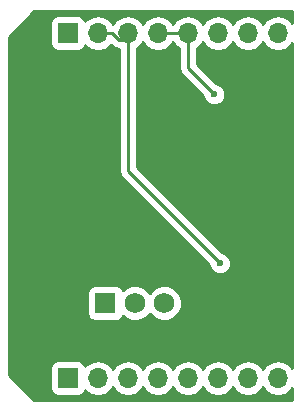
<source format=gbl>
G04 #@! TF.FileFunction,Copper,L2,Bot,Signal*
%FSLAX46Y46*%
G04 Gerber Fmt 4.6, Leading zero omitted, Abs format (unit mm)*
G04 Created by KiCad (PCBNEW 4.0.7-e2-6376~58~ubuntu17.04.1) date Thu Oct  5 12:14:12 2017*
%MOMM*%
%LPD*%
G01*
G04 APERTURE LIST*
%ADD10C,0.100000*%
%ADD11R,1.750000X1.750000*%
%ADD12C,1.750000*%
%ADD13R,1.700000X1.700000*%
%ADD14O,1.700000X1.700000*%
%ADD15C,0.600000*%
%ADD16C,0.250000*%
%ADD17C,0.254000*%
G04 APERTURE END LIST*
D10*
D11*
X147320000Y-114935000D03*
D12*
X149820000Y-114935000D03*
X152320000Y-114935000D03*
D13*
X144145000Y-121285000D03*
D14*
X146685000Y-121285000D03*
X149225000Y-121285000D03*
X151765000Y-121285000D03*
X154305000Y-121285000D03*
X156845000Y-121285000D03*
X159385000Y-121285000D03*
X161925000Y-121285000D03*
D13*
X144145000Y-92075000D03*
D14*
X146685000Y-92075000D03*
X149225000Y-92075000D03*
X151765000Y-92075000D03*
X154305000Y-92075000D03*
X156845000Y-92075000D03*
X159385000Y-92075000D03*
X161925000Y-92075000D03*
D15*
X156539200Y-97267700D03*
X163067100Y-114876200D03*
X157150100Y-101850500D03*
X157038000Y-111575300D03*
D16*
X151765000Y-92075000D02*
X152940300Y-92075000D01*
X154305000Y-92075000D02*
X152940300Y-92075000D01*
X154305000Y-95033500D02*
X156539200Y-97267700D01*
X154305000Y-92075000D02*
X154305000Y-95033500D01*
X149225000Y-92075000D02*
X149225000Y-92662600D01*
X146685000Y-92075000D02*
X147860300Y-92075000D01*
X148447900Y-92662600D02*
X147860300Y-92075000D01*
X149225000Y-92662600D02*
X148447900Y-92662600D01*
X149225000Y-103762300D02*
X149225000Y-92662600D01*
X157038000Y-111575300D02*
X149225000Y-103762300D01*
D17*
G36*
X163120000Y-91212781D02*
X162975054Y-90995853D01*
X162493285Y-90673946D01*
X161925000Y-90560907D01*
X161356715Y-90673946D01*
X160874946Y-90995853D01*
X160655000Y-91325026D01*
X160435054Y-90995853D01*
X159953285Y-90673946D01*
X159385000Y-90560907D01*
X158816715Y-90673946D01*
X158334946Y-90995853D01*
X158115000Y-91325026D01*
X157895054Y-90995853D01*
X157413285Y-90673946D01*
X156845000Y-90560907D01*
X156276715Y-90673946D01*
X155794946Y-90995853D01*
X155575000Y-91325026D01*
X155355054Y-90995853D01*
X154873285Y-90673946D01*
X154305000Y-90560907D01*
X153736715Y-90673946D01*
X153254946Y-90995853D01*
X153041699Y-91315000D01*
X153028301Y-91315000D01*
X152815054Y-90995853D01*
X152333285Y-90673946D01*
X151765000Y-90560907D01*
X151196715Y-90673946D01*
X150714946Y-90995853D01*
X150495000Y-91325026D01*
X150275054Y-90995853D01*
X149793285Y-90673946D01*
X149225000Y-90560907D01*
X148656715Y-90673946D01*
X148174946Y-90995853D01*
X147955000Y-91325026D01*
X147735054Y-90995853D01*
X147253285Y-90673946D01*
X146685000Y-90560907D01*
X146116715Y-90673946D01*
X145634946Y-90995853D01*
X145607150Y-91037452D01*
X145598162Y-90989683D01*
X145459090Y-90773559D01*
X145246890Y-90628569D01*
X144995000Y-90577560D01*
X143295000Y-90577560D01*
X143059683Y-90621838D01*
X142843559Y-90760910D01*
X142698569Y-90973110D01*
X142647560Y-91225000D01*
X142647560Y-92925000D01*
X142691838Y-93160317D01*
X142830910Y-93376441D01*
X143043110Y-93521431D01*
X143295000Y-93572440D01*
X144995000Y-93572440D01*
X145230317Y-93528162D01*
X145446441Y-93389090D01*
X145591431Y-93176890D01*
X145605086Y-93109459D01*
X145634946Y-93154147D01*
X146116715Y-93476054D01*
X146685000Y-93589093D01*
X147253285Y-93476054D01*
X147735054Y-93154147D01*
X147786961Y-93076463D01*
X147910499Y-93200001D01*
X148157061Y-93364748D01*
X148447900Y-93422600D01*
X148465000Y-93422600D01*
X148465000Y-103762300D01*
X148522852Y-104053139D01*
X148687599Y-104299701D01*
X156102878Y-111714980D01*
X156102838Y-111760467D01*
X156244883Y-112104243D01*
X156507673Y-112367492D01*
X156851201Y-112510138D01*
X157223167Y-112510462D01*
X157566943Y-112368417D01*
X157830192Y-112105627D01*
X157972838Y-111762099D01*
X157973162Y-111390133D01*
X157831117Y-111046357D01*
X157568327Y-110783108D01*
X157224799Y-110640462D01*
X157177923Y-110640421D01*
X149985000Y-103447498D01*
X149985000Y-93347954D01*
X150275054Y-93154147D01*
X150495000Y-92824974D01*
X150714946Y-93154147D01*
X151196715Y-93476054D01*
X151765000Y-93589093D01*
X152333285Y-93476054D01*
X152815054Y-93154147D01*
X153028301Y-92835000D01*
X153041699Y-92835000D01*
X153254946Y-93154147D01*
X153545000Y-93347954D01*
X153545000Y-95033500D01*
X153602852Y-95324339D01*
X153767599Y-95570901D01*
X155604078Y-97407380D01*
X155604038Y-97452867D01*
X155746083Y-97796643D01*
X156008873Y-98059892D01*
X156352401Y-98202538D01*
X156724367Y-98202862D01*
X157068143Y-98060817D01*
X157331392Y-97798027D01*
X157474038Y-97454499D01*
X157474362Y-97082533D01*
X157332317Y-96738757D01*
X157069527Y-96475508D01*
X156725999Y-96332862D01*
X156679123Y-96332821D01*
X155065000Y-94718698D01*
X155065000Y-93347954D01*
X155355054Y-93154147D01*
X155575000Y-92824974D01*
X155794946Y-93154147D01*
X156276715Y-93476054D01*
X156845000Y-93589093D01*
X157413285Y-93476054D01*
X157895054Y-93154147D01*
X158115000Y-92824974D01*
X158334946Y-93154147D01*
X158816715Y-93476054D01*
X159385000Y-93589093D01*
X159953285Y-93476054D01*
X160435054Y-93154147D01*
X160655000Y-92824974D01*
X160874946Y-93154147D01*
X161356715Y-93476054D01*
X161925000Y-93589093D01*
X162493285Y-93476054D01*
X162975054Y-93154147D01*
X163120000Y-92937219D01*
X163120000Y-120422781D01*
X162975054Y-120205853D01*
X162493285Y-119883946D01*
X161925000Y-119770907D01*
X161356715Y-119883946D01*
X160874946Y-120205853D01*
X160655000Y-120535026D01*
X160435054Y-120205853D01*
X159953285Y-119883946D01*
X159385000Y-119770907D01*
X158816715Y-119883946D01*
X158334946Y-120205853D01*
X158115000Y-120535026D01*
X157895054Y-120205853D01*
X157413285Y-119883946D01*
X156845000Y-119770907D01*
X156276715Y-119883946D01*
X155794946Y-120205853D01*
X155575000Y-120535026D01*
X155355054Y-120205853D01*
X154873285Y-119883946D01*
X154305000Y-119770907D01*
X153736715Y-119883946D01*
X153254946Y-120205853D01*
X153035000Y-120535026D01*
X152815054Y-120205853D01*
X152333285Y-119883946D01*
X151765000Y-119770907D01*
X151196715Y-119883946D01*
X150714946Y-120205853D01*
X150495000Y-120535026D01*
X150275054Y-120205853D01*
X149793285Y-119883946D01*
X149225000Y-119770907D01*
X148656715Y-119883946D01*
X148174946Y-120205853D01*
X147955000Y-120535026D01*
X147735054Y-120205853D01*
X147253285Y-119883946D01*
X146685000Y-119770907D01*
X146116715Y-119883946D01*
X145634946Y-120205853D01*
X145607150Y-120247452D01*
X145598162Y-120199683D01*
X145459090Y-119983559D01*
X145246890Y-119838569D01*
X144995000Y-119787560D01*
X143295000Y-119787560D01*
X143059683Y-119831838D01*
X142843559Y-119970910D01*
X142698569Y-120183110D01*
X142647560Y-120435000D01*
X142647560Y-122135000D01*
X142691838Y-122370317D01*
X142830910Y-122586441D01*
X143043110Y-122731431D01*
X143295000Y-122782440D01*
X144995000Y-122782440D01*
X145230317Y-122738162D01*
X145446441Y-122599090D01*
X145591431Y-122386890D01*
X145605086Y-122319459D01*
X145634946Y-122364147D01*
X146116715Y-122686054D01*
X146685000Y-122799093D01*
X147253285Y-122686054D01*
X147735054Y-122364147D01*
X147955000Y-122034974D01*
X148174946Y-122364147D01*
X148656715Y-122686054D01*
X149225000Y-122799093D01*
X149793285Y-122686054D01*
X150275054Y-122364147D01*
X150495000Y-122034974D01*
X150714946Y-122364147D01*
X151196715Y-122686054D01*
X151765000Y-122799093D01*
X152333285Y-122686054D01*
X152815054Y-122364147D01*
X153035000Y-122034974D01*
X153254946Y-122364147D01*
X153736715Y-122686054D01*
X154305000Y-122799093D01*
X154873285Y-122686054D01*
X155355054Y-122364147D01*
X155575000Y-122034974D01*
X155794946Y-122364147D01*
X156276715Y-122686054D01*
X156845000Y-122799093D01*
X157413285Y-122686054D01*
X157895054Y-122364147D01*
X158115000Y-122034974D01*
X158334946Y-122364147D01*
X158816715Y-122686054D01*
X159385000Y-122799093D01*
X159953285Y-122686054D01*
X160435054Y-122364147D01*
X160655000Y-122034974D01*
X160874946Y-122364147D01*
X161356715Y-122686054D01*
X161925000Y-122799093D01*
X162493285Y-122686054D01*
X162975054Y-122364147D01*
X163120000Y-122147219D01*
X163120000Y-123115000D01*
X141264091Y-123115000D01*
X139140000Y-120990908D01*
X139140000Y-114060000D01*
X145797560Y-114060000D01*
X145797560Y-115810000D01*
X145841838Y-116045317D01*
X145980910Y-116261441D01*
X146193110Y-116406431D01*
X146445000Y-116457440D01*
X148195000Y-116457440D01*
X148430317Y-116413162D01*
X148646441Y-116274090D01*
X148791431Y-116061890D01*
X148794786Y-116045324D01*
X148963537Y-116214370D01*
X149518325Y-116444738D01*
X150119040Y-116445262D01*
X150674229Y-116215862D01*
X151070318Y-115820464D01*
X151463537Y-116214370D01*
X152018325Y-116444738D01*
X152619040Y-116445262D01*
X153174229Y-116215862D01*
X153599370Y-115791463D01*
X153829738Y-115236675D01*
X153830262Y-114635960D01*
X153600862Y-114080771D01*
X153176463Y-113655630D01*
X152621675Y-113425262D01*
X152020960Y-113424738D01*
X151465771Y-113654138D01*
X151069682Y-114049536D01*
X150676463Y-113655630D01*
X150121675Y-113425262D01*
X149520960Y-113424738D01*
X148965771Y-113654138D01*
X148796897Y-113822717D01*
X148659090Y-113608559D01*
X148446890Y-113463569D01*
X148195000Y-113412560D01*
X146445000Y-113412560D01*
X146209683Y-113456838D01*
X145993559Y-113595910D01*
X145848569Y-113808110D01*
X145797560Y-114060000D01*
X139140000Y-114060000D01*
X139140000Y-92369092D01*
X141264091Y-90245000D01*
X163120000Y-90245000D01*
X163120000Y-91212781D01*
X163120000Y-91212781D01*
G37*
X163120000Y-91212781D02*
X162975054Y-90995853D01*
X162493285Y-90673946D01*
X161925000Y-90560907D01*
X161356715Y-90673946D01*
X160874946Y-90995853D01*
X160655000Y-91325026D01*
X160435054Y-90995853D01*
X159953285Y-90673946D01*
X159385000Y-90560907D01*
X158816715Y-90673946D01*
X158334946Y-90995853D01*
X158115000Y-91325026D01*
X157895054Y-90995853D01*
X157413285Y-90673946D01*
X156845000Y-90560907D01*
X156276715Y-90673946D01*
X155794946Y-90995853D01*
X155575000Y-91325026D01*
X155355054Y-90995853D01*
X154873285Y-90673946D01*
X154305000Y-90560907D01*
X153736715Y-90673946D01*
X153254946Y-90995853D01*
X153041699Y-91315000D01*
X153028301Y-91315000D01*
X152815054Y-90995853D01*
X152333285Y-90673946D01*
X151765000Y-90560907D01*
X151196715Y-90673946D01*
X150714946Y-90995853D01*
X150495000Y-91325026D01*
X150275054Y-90995853D01*
X149793285Y-90673946D01*
X149225000Y-90560907D01*
X148656715Y-90673946D01*
X148174946Y-90995853D01*
X147955000Y-91325026D01*
X147735054Y-90995853D01*
X147253285Y-90673946D01*
X146685000Y-90560907D01*
X146116715Y-90673946D01*
X145634946Y-90995853D01*
X145607150Y-91037452D01*
X145598162Y-90989683D01*
X145459090Y-90773559D01*
X145246890Y-90628569D01*
X144995000Y-90577560D01*
X143295000Y-90577560D01*
X143059683Y-90621838D01*
X142843559Y-90760910D01*
X142698569Y-90973110D01*
X142647560Y-91225000D01*
X142647560Y-92925000D01*
X142691838Y-93160317D01*
X142830910Y-93376441D01*
X143043110Y-93521431D01*
X143295000Y-93572440D01*
X144995000Y-93572440D01*
X145230317Y-93528162D01*
X145446441Y-93389090D01*
X145591431Y-93176890D01*
X145605086Y-93109459D01*
X145634946Y-93154147D01*
X146116715Y-93476054D01*
X146685000Y-93589093D01*
X147253285Y-93476054D01*
X147735054Y-93154147D01*
X147786961Y-93076463D01*
X147910499Y-93200001D01*
X148157061Y-93364748D01*
X148447900Y-93422600D01*
X148465000Y-93422600D01*
X148465000Y-103762300D01*
X148522852Y-104053139D01*
X148687599Y-104299701D01*
X156102878Y-111714980D01*
X156102838Y-111760467D01*
X156244883Y-112104243D01*
X156507673Y-112367492D01*
X156851201Y-112510138D01*
X157223167Y-112510462D01*
X157566943Y-112368417D01*
X157830192Y-112105627D01*
X157972838Y-111762099D01*
X157973162Y-111390133D01*
X157831117Y-111046357D01*
X157568327Y-110783108D01*
X157224799Y-110640462D01*
X157177923Y-110640421D01*
X149985000Y-103447498D01*
X149985000Y-93347954D01*
X150275054Y-93154147D01*
X150495000Y-92824974D01*
X150714946Y-93154147D01*
X151196715Y-93476054D01*
X151765000Y-93589093D01*
X152333285Y-93476054D01*
X152815054Y-93154147D01*
X153028301Y-92835000D01*
X153041699Y-92835000D01*
X153254946Y-93154147D01*
X153545000Y-93347954D01*
X153545000Y-95033500D01*
X153602852Y-95324339D01*
X153767599Y-95570901D01*
X155604078Y-97407380D01*
X155604038Y-97452867D01*
X155746083Y-97796643D01*
X156008873Y-98059892D01*
X156352401Y-98202538D01*
X156724367Y-98202862D01*
X157068143Y-98060817D01*
X157331392Y-97798027D01*
X157474038Y-97454499D01*
X157474362Y-97082533D01*
X157332317Y-96738757D01*
X157069527Y-96475508D01*
X156725999Y-96332862D01*
X156679123Y-96332821D01*
X155065000Y-94718698D01*
X155065000Y-93347954D01*
X155355054Y-93154147D01*
X155575000Y-92824974D01*
X155794946Y-93154147D01*
X156276715Y-93476054D01*
X156845000Y-93589093D01*
X157413285Y-93476054D01*
X157895054Y-93154147D01*
X158115000Y-92824974D01*
X158334946Y-93154147D01*
X158816715Y-93476054D01*
X159385000Y-93589093D01*
X159953285Y-93476054D01*
X160435054Y-93154147D01*
X160655000Y-92824974D01*
X160874946Y-93154147D01*
X161356715Y-93476054D01*
X161925000Y-93589093D01*
X162493285Y-93476054D01*
X162975054Y-93154147D01*
X163120000Y-92937219D01*
X163120000Y-120422781D01*
X162975054Y-120205853D01*
X162493285Y-119883946D01*
X161925000Y-119770907D01*
X161356715Y-119883946D01*
X160874946Y-120205853D01*
X160655000Y-120535026D01*
X160435054Y-120205853D01*
X159953285Y-119883946D01*
X159385000Y-119770907D01*
X158816715Y-119883946D01*
X158334946Y-120205853D01*
X158115000Y-120535026D01*
X157895054Y-120205853D01*
X157413285Y-119883946D01*
X156845000Y-119770907D01*
X156276715Y-119883946D01*
X155794946Y-120205853D01*
X155575000Y-120535026D01*
X155355054Y-120205853D01*
X154873285Y-119883946D01*
X154305000Y-119770907D01*
X153736715Y-119883946D01*
X153254946Y-120205853D01*
X153035000Y-120535026D01*
X152815054Y-120205853D01*
X152333285Y-119883946D01*
X151765000Y-119770907D01*
X151196715Y-119883946D01*
X150714946Y-120205853D01*
X150495000Y-120535026D01*
X150275054Y-120205853D01*
X149793285Y-119883946D01*
X149225000Y-119770907D01*
X148656715Y-119883946D01*
X148174946Y-120205853D01*
X147955000Y-120535026D01*
X147735054Y-120205853D01*
X147253285Y-119883946D01*
X146685000Y-119770907D01*
X146116715Y-119883946D01*
X145634946Y-120205853D01*
X145607150Y-120247452D01*
X145598162Y-120199683D01*
X145459090Y-119983559D01*
X145246890Y-119838569D01*
X144995000Y-119787560D01*
X143295000Y-119787560D01*
X143059683Y-119831838D01*
X142843559Y-119970910D01*
X142698569Y-120183110D01*
X142647560Y-120435000D01*
X142647560Y-122135000D01*
X142691838Y-122370317D01*
X142830910Y-122586441D01*
X143043110Y-122731431D01*
X143295000Y-122782440D01*
X144995000Y-122782440D01*
X145230317Y-122738162D01*
X145446441Y-122599090D01*
X145591431Y-122386890D01*
X145605086Y-122319459D01*
X145634946Y-122364147D01*
X146116715Y-122686054D01*
X146685000Y-122799093D01*
X147253285Y-122686054D01*
X147735054Y-122364147D01*
X147955000Y-122034974D01*
X148174946Y-122364147D01*
X148656715Y-122686054D01*
X149225000Y-122799093D01*
X149793285Y-122686054D01*
X150275054Y-122364147D01*
X150495000Y-122034974D01*
X150714946Y-122364147D01*
X151196715Y-122686054D01*
X151765000Y-122799093D01*
X152333285Y-122686054D01*
X152815054Y-122364147D01*
X153035000Y-122034974D01*
X153254946Y-122364147D01*
X153736715Y-122686054D01*
X154305000Y-122799093D01*
X154873285Y-122686054D01*
X155355054Y-122364147D01*
X155575000Y-122034974D01*
X155794946Y-122364147D01*
X156276715Y-122686054D01*
X156845000Y-122799093D01*
X157413285Y-122686054D01*
X157895054Y-122364147D01*
X158115000Y-122034974D01*
X158334946Y-122364147D01*
X158816715Y-122686054D01*
X159385000Y-122799093D01*
X159953285Y-122686054D01*
X160435054Y-122364147D01*
X160655000Y-122034974D01*
X160874946Y-122364147D01*
X161356715Y-122686054D01*
X161925000Y-122799093D01*
X162493285Y-122686054D01*
X162975054Y-122364147D01*
X163120000Y-122147219D01*
X163120000Y-123115000D01*
X141264091Y-123115000D01*
X139140000Y-120990908D01*
X139140000Y-114060000D01*
X145797560Y-114060000D01*
X145797560Y-115810000D01*
X145841838Y-116045317D01*
X145980910Y-116261441D01*
X146193110Y-116406431D01*
X146445000Y-116457440D01*
X148195000Y-116457440D01*
X148430317Y-116413162D01*
X148646441Y-116274090D01*
X148791431Y-116061890D01*
X148794786Y-116045324D01*
X148963537Y-116214370D01*
X149518325Y-116444738D01*
X150119040Y-116445262D01*
X150674229Y-116215862D01*
X151070318Y-115820464D01*
X151463537Y-116214370D01*
X152018325Y-116444738D01*
X152619040Y-116445262D01*
X153174229Y-116215862D01*
X153599370Y-115791463D01*
X153829738Y-115236675D01*
X153830262Y-114635960D01*
X153600862Y-114080771D01*
X153176463Y-113655630D01*
X152621675Y-113425262D01*
X152020960Y-113424738D01*
X151465771Y-113654138D01*
X151069682Y-114049536D01*
X150676463Y-113655630D01*
X150121675Y-113425262D01*
X149520960Y-113424738D01*
X148965771Y-113654138D01*
X148796897Y-113822717D01*
X148659090Y-113608559D01*
X148446890Y-113463569D01*
X148195000Y-113412560D01*
X146445000Y-113412560D01*
X146209683Y-113456838D01*
X145993559Y-113595910D01*
X145848569Y-113808110D01*
X145797560Y-114060000D01*
X139140000Y-114060000D01*
X139140000Y-92369092D01*
X141264091Y-90245000D01*
X163120000Y-90245000D01*
X163120000Y-91212781D01*
M02*

</source>
